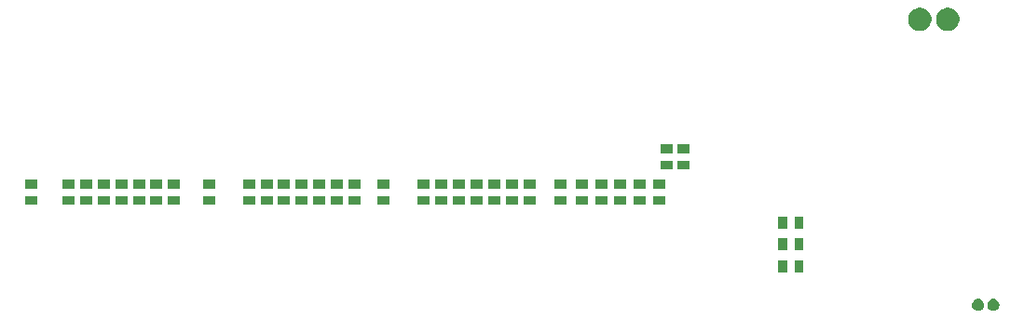
<source format=gbr>
G04 #@! TF.GenerationSoftware,KiCad,Pcbnew,(5.1.5-0-10_14)*
G04 #@! TF.CreationDate,2020-05-10T16:42:09+01:00*
G04 #@! TF.ProjectId,fft8051,66667438-3035-4312-9e6b-696361645f70,rev?*
G04 #@! TF.SameCoordinates,Original*
G04 #@! TF.FileFunction,Soldermask,Bot*
G04 #@! TF.FilePolarity,Negative*
%FSLAX46Y46*%
G04 Gerber Fmt 4.6, Leading zero omitted, Abs format (unit mm)*
G04 Created by KiCad (PCBNEW (5.1.5-0-10_14)) date 2020-05-10 16:42:09*
%MOMM*%
%LPD*%
G04 APERTURE LIST*
%ADD10C,0.100000*%
G04 APERTURE END LIST*
D10*
G36*
X132810721Y-178470174D02*
G01*
X132910995Y-178511709D01*
X132910996Y-178511710D01*
X133001242Y-178572010D01*
X133077990Y-178648758D01*
X133077991Y-178648760D01*
X133138291Y-178739005D01*
X133179826Y-178839279D01*
X133201000Y-178945730D01*
X133201000Y-179054270D01*
X133179826Y-179160721D01*
X133138291Y-179260995D01*
X133138290Y-179260996D01*
X133077990Y-179351242D01*
X133001242Y-179427990D01*
X132955812Y-179458345D01*
X132910995Y-179488291D01*
X132810721Y-179529826D01*
X132704270Y-179551000D01*
X132595730Y-179551000D01*
X132489279Y-179529826D01*
X132389005Y-179488291D01*
X132344188Y-179458345D01*
X132298758Y-179427990D01*
X132222010Y-179351242D01*
X132161710Y-179260996D01*
X132161709Y-179260995D01*
X132120174Y-179160721D01*
X132099000Y-179054270D01*
X132099000Y-178945730D01*
X132120174Y-178839279D01*
X132161709Y-178739005D01*
X132222009Y-178648760D01*
X132222010Y-178648758D01*
X132298758Y-178572010D01*
X132389004Y-178511710D01*
X132389005Y-178511709D01*
X132489279Y-178470174D01*
X132595730Y-178449000D01*
X132704270Y-178449000D01*
X132810721Y-178470174D01*
G37*
G36*
X131410721Y-178470174D02*
G01*
X131510995Y-178511709D01*
X131510996Y-178511710D01*
X131601242Y-178572010D01*
X131677990Y-178648758D01*
X131677991Y-178648760D01*
X131738291Y-178739005D01*
X131779826Y-178839279D01*
X131801000Y-178945730D01*
X131801000Y-179054270D01*
X131779826Y-179160721D01*
X131738291Y-179260995D01*
X131738290Y-179260996D01*
X131677990Y-179351242D01*
X131601242Y-179427990D01*
X131555812Y-179458345D01*
X131510995Y-179488291D01*
X131410721Y-179529826D01*
X131304270Y-179551000D01*
X131195730Y-179551000D01*
X131089279Y-179529826D01*
X130989005Y-179488291D01*
X130944188Y-179458345D01*
X130898758Y-179427990D01*
X130822010Y-179351242D01*
X130761710Y-179260996D01*
X130761709Y-179260995D01*
X130720174Y-179160721D01*
X130699000Y-179054270D01*
X130699000Y-178945730D01*
X130720174Y-178839279D01*
X130761709Y-178739005D01*
X130822009Y-178648760D01*
X130822010Y-178648758D01*
X130898758Y-178572010D01*
X130989004Y-178511710D01*
X130989005Y-178511709D01*
X131089279Y-178470174D01*
X131195730Y-178449000D01*
X131304270Y-178449000D01*
X131410721Y-178470174D01*
G37*
G36*
X115401000Y-176051000D02*
G01*
X114599000Y-176051000D01*
X114599000Y-174949000D01*
X115401000Y-174949000D01*
X115401000Y-176051000D01*
G37*
G36*
X113901000Y-176051000D02*
G01*
X113099000Y-176051000D01*
X113099000Y-174949000D01*
X113901000Y-174949000D01*
X113901000Y-176051000D01*
G37*
G36*
X115401000Y-174051000D02*
G01*
X114599000Y-174051000D01*
X114599000Y-172949000D01*
X115401000Y-172949000D01*
X115401000Y-174051000D01*
G37*
G36*
X113901000Y-174051000D02*
G01*
X113099000Y-174051000D01*
X113099000Y-172949000D01*
X113901000Y-172949000D01*
X113901000Y-174051000D01*
G37*
G36*
X115401000Y-172051000D02*
G01*
X114599000Y-172051000D01*
X114599000Y-170949000D01*
X115401000Y-170949000D01*
X115401000Y-172051000D01*
G37*
G36*
X113901000Y-172051000D02*
G01*
X113099000Y-172051000D01*
X113099000Y-170949000D01*
X113901000Y-170949000D01*
X113901000Y-172051000D01*
G37*
G36*
X87851000Y-169901000D02*
G01*
X86749000Y-169901000D01*
X86749000Y-169099000D01*
X87851000Y-169099000D01*
X87851000Y-169901000D01*
G37*
G36*
X86251000Y-169901000D02*
G01*
X85149000Y-169901000D01*
X85149000Y-169099000D01*
X86251000Y-169099000D01*
X86251000Y-169901000D01*
G37*
G36*
X84651000Y-169901000D02*
G01*
X83549000Y-169901000D01*
X83549000Y-169099000D01*
X84651000Y-169099000D01*
X84651000Y-169901000D01*
G37*
G36*
X83051000Y-169901000D02*
G01*
X81949000Y-169901000D01*
X81949000Y-169099000D01*
X83051000Y-169099000D01*
X83051000Y-169901000D01*
G37*
G36*
X81451000Y-169901000D02*
G01*
X80349000Y-169901000D01*
X80349000Y-169099000D01*
X81451000Y-169099000D01*
X81451000Y-169901000D01*
G37*
G36*
X77751000Y-169901000D02*
G01*
X76649000Y-169901000D01*
X76649000Y-169099000D01*
X77751000Y-169099000D01*
X77751000Y-169901000D01*
G37*
G36*
X75151000Y-169901000D02*
G01*
X74049000Y-169901000D01*
X74049000Y-169099000D01*
X75151000Y-169099000D01*
X75151000Y-169901000D01*
G37*
G36*
X73551000Y-169901000D02*
G01*
X72449000Y-169901000D01*
X72449000Y-169099000D01*
X73551000Y-169099000D01*
X73551000Y-169901000D01*
G37*
G36*
X71951000Y-169901000D02*
G01*
X70849000Y-169901000D01*
X70849000Y-169099000D01*
X71951000Y-169099000D01*
X71951000Y-169901000D01*
G37*
G36*
X70351000Y-169901000D02*
G01*
X69249000Y-169901000D01*
X69249000Y-169099000D01*
X70351000Y-169099000D01*
X70351000Y-169901000D01*
G37*
G36*
X68751000Y-169901000D02*
G01*
X67649000Y-169901000D01*
X67649000Y-169099000D01*
X68751000Y-169099000D01*
X68751000Y-169901000D01*
G37*
G36*
X67151000Y-169901000D02*
G01*
X66049000Y-169901000D01*
X66049000Y-169099000D01*
X67151000Y-169099000D01*
X67151000Y-169901000D01*
G37*
G36*
X65551000Y-169901000D02*
G01*
X64449000Y-169901000D01*
X64449000Y-169099000D01*
X65551000Y-169099000D01*
X65551000Y-169901000D01*
G37*
G36*
X61951000Y-169901000D02*
G01*
X60849000Y-169901000D01*
X60849000Y-169099000D01*
X61951000Y-169099000D01*
X61951000Y-169901000D01*
G37*
G36*
X58751000Y-169901000D02*
G01*
X57649000Y-169901000D01*
X57649000Y-169099000D01*
X58751000Y-169099000D01*
X58751000Y-169901000D01*
G37*
G36*
X57151000Y-169901000D02*
G01*
X56049000Y-169901000D01*
X56049000Y-169099000D01*
X57151000Y-169099000D01*
X57151000Y-169901000D01*
G37*
G36*
X55551000Y-169901000D02*
G01*
X54449000Y-169901000D01*
X54449000Y-169099000D01*
X55551000Y-169099000D01*
X55551000Y-169901000D01*
G37*
G36*
X53951000Y-169901000D02*
G01*
X52849000Y-169901000D01*
X52849000Y-169099000D01*
X53951000Y-169099000D01*
X53951000Y-169901000D01*
G37*
G36*
X52351000Y-169901000D02*
G01*
X51249000Y-169901000D01*
X51249000Y-169099000D01*
X52351000Y-169099000D01*
X52351000Y-169901000D01*
G37*
G36*
X50751000Y-169901000D02*
G01*
X49649000Y-169901000D01*
X49649000Y-169099000D01*
X50751000Y-169099000D01*
X50751000Y-169901000D01*
G37*
G36*
X49151000Y-169901000D02*
G01*
X48049000Y-169901000D01*
X48049000Y-169099000D01*
X49151000Y-169099000D01*
X49151000Y-169901000D01*
G37*
G36*
X45751000Y-169901000D02*
G01*
X44649000Y-169901000D01*
X44649000Y-169099000D01*
X45751000Y-169099000D01*
X45751000Y-169901000D01*
G37*
G36*
X93851000Y-169901000D02*
G01*
X92749000Y-169901000D01*
X92749000Y-169099000D01*
X93851000Y-169099000D01*
X93851000Y-169901000D01*
G37*
G36*
X91051000Y-169901000D02*
G01*
X89949000Y-169901000D01*
X89949000Y-169099000D01*
X91051000Y-169099000D01*
X91051000Y-169901000D01*
G37*
G36*
X102801000Y-169901000D02*
G01*
X101699000Y-169901000D01*
X101699000Y-169099000D01*
X102801000Y-169099000D01*
X102801000Y-169901000D01*
G37*
G36*
X101051000Y-169901000D02*
G01*
X99949000Y-169901000D01*
X99949000Y-169099000D01*
X101051000Y-169099000D01*
X101051000Y-169901000D01*
G37*
G36*
X99301000Y-169901000D02*
G01*
X98199000Y-169901000D01*
X98199000Y-169099000D01*
X99301000Y-169099000D01*
X99301000Y-169901000D01*
G37*
G36*
X97551000Y-169901000D02*
G01*
X96449000Y-169901000D01*
X96449000Y-169099000D01*
X97551000Y-169099000D01*
X97551000Y-169901000D01*
G37*
G36*
X89451000Y-169901000D02*
G01*
X88349000Y-169901000D01*
X88349000Y-169099000D01*
X89451000Y-169099000D01*
X89451000Y-169901000D01*
G37*
G36*
X95801000Y-169901000D02*
G01*
X94699000Y-169901000D01*
X94699000Y-169099000D01*
X95801000Y-169099000D01*
X95801000Y-169901000D01*
G37*
G36*
X67151000Y-168401000D02*
G01*
X66049000Y-168401000D01*
X66049000Y-167599000D01*
X67151000Y-167599000D01*
X67151000Y-168401000D01*
G37*
G36*
X77751000Y-168401000D02*
G01*
X76649000Y-168401000D01*
X76649000Y-167599000D01*
X77751000Y-167599000D01*
X77751000Y-168401000D01*
G37*
G36*
X102801000Y-168401000D02*
G01*
X101699000Y-168401000D01*
X101699000Y-167599000D01*
X102801000Y-167599000D01*
X102801000Y-168401000D01*
G37*
G36*
X93851000Y-168401000D02*
G01*
X92749000Y-168401000D01*
X92749000Y-167599000D01*
X93851000Y-167599000D01*
X93851000Y-168401000D01*
G37*
G36*
X99301000Y-168401000D02*
G01*
X98199000Y-168401000D01*
X98199000Y-167599000D01*
X99301000Y-167599000D01*
X99301000Y-168401000D01*
G37*
G36*
X95801000Y-168401000D02*
G01*
X94699000Y-168401000D01*
X94699000Y-167599000D01*
X95801000Y-167599000D01*
X95801000Y-168401000D01*
G37*
G36*
X97551000Y-168401000D02*
G01*
X96449000Y-168401000D01*
X96449000Y-167599000D01*
X97551000Y-167599000D01*
X97551000Y-168401000D01*
G37*
G36*
X101051000Y-168401000D02*
G01*
X99949000Y-168401000D01*
X99949000Y-167599000D01*
X101051000Y-167599000D01*
X101051000Y-168401000D01*
G37*
G36*
X45751000Y-168401000D02*
G01*
X44649000Y-168401000D01*
X44649000Y-167599000D01*
X45751000Y-167599000D01*
X45751000Y-168401000D01*
G37*
G36*
X58751000Y-168401000D02*
G01*
X57649000Y-168401000D01*
X57649000Y-167599000D01*
X58751000Y-167599000D01*
X58751000Y-168401000D01*
G37*
G36*
X91051000Y-168401000D02*
G01*
X89949000Y-168401000D01*
X89949000Y-167599000D01*
X91051000Y-167599000D01*
X91051000Y-168401000D01*
G37*
G36*
X57151000Y-168401000D02*
G01*
X56049000Y-168401000D01*
X56049000Y-167599000D01*
X57151000Y-167599000D01*
X57151000Y-168401000D01*
G37*
G36*
X89451000Y-168401000D02*
G01*
X88349000Y-168401000D01*
X88349000Y-167599000D01*
X89451000Y-167599000D01*
X89451000Y-168401000D01*
G37*
G36*
X49151000Y-168401000D02*
G01*
X48049000Y-168401000D01*
X48049000Y-167599000D01*
X49151000Y-167599000D01*
X49151000Y-168401000D01*
G37*
G36*
X81451000Y-168401000D02*
G01*
X80349000Y-168401000D01*
X80349000Y-167599000D01*
X81451000Y-167599000D01*
X81451000Y-168401000D01*
G37*
G36*
X50751000Y-168401000D02*
G01*
X49649000Y-168401000D01*
X49649000Y-167599000D01*
X50751000Y-167599000D01*
X50751000Y-168401000D01*
G37*
G36*
X83051000Y-168401000D02*
G01*
X81949000Y-168401000D01*
X81949000Y-167599000D01*
X83051000Y-167599000D01*
X83051000Y-168401000D01*
G37*
G36*
X52351000Y-168401000D02*
G01*
X51249000Y-168401000D01*
X51249000Y-167599000D01*
X52351000Y-167599000D01*
X52351000Y-168401000D01*
G37*
G36*
X84651000Y-168401000D02*
G01*
X83549000Y-168401000D01*
X83549000Y-167599000D01*
X84651000Y-167599000D01*
X84651000Y-168401000D01*
G37*
G36*
X53951000Y-168401000D02*
G01*
X52849000Y-168401000D01*
X52849000Y-167599000D01*
X53951000Y-167599000D01*
X53951000Y-168401000D01*
G37*
G36*
X86251000Y-168401000D02*
G01*
X85149000Y-168401000D01*
X85149000Y-167599000D01*
X86251000Y-167599000D01*
X86251000Y-168401000D01*
G37*
G36*
X55551000Y-168401000D02*
G01*
X54449000Y-168401000D01*
X54449000Y-167599000D01*
X55551000Y-167599000D01*
X55551000Y-168401000D01*
G37*
G36*
X87851000Y-168401000D02*
G01*
X86749000Y-168401000D01*
X86749000Y-167599000D01*
X87851000Y-167599000D01*
X87851000Y-168401000D01*
G37*
G36*
X61951000Y-168401000D02*
G01*
X60849000Y-168401000D01*
X60849000Y-167599000D01*
X61951000Y-167599000D01*
X61951000Y-168401000D01*
G37*
G36*
X65551000Y-168401000D02*
G01*
X64449000Y-168401000D01*
X64449000Y-167599000D01*
X65551000Y-167599000D01*
X65551000Y-168401000D01*
G37*
G36*
X68751000Y-168401000D02*
G01*
X67649000Y-168401000D01*
X67649000Y-167599000D01*
X68751000Y-167599000D01*
X68751000Y-168401000D01*
G37*
G36*
X70351000Y-168401000D02*
G01*
X69249000Y-168401000D01*
X69249000Y-167599000D01*
X70351000Y-167599000D01*
X70351000Y-168401000D01*
G37*
G36*
X71951000Y-168401000D02*
G01*
X70849000Y-168401000D01*
X70849000Y-167599000D01*
X71951000Y-167599000D01*
X71951000Y-168401000D01*
G37*
G36*
X73551000Y-168401000D02*
G01*
X72449000Y-168401000D01*
X72449000Y-167599000D01*
X73551000Y-167599000D01*
X73551000Y-168401000D01*
G37*
G36*
X75151000Y-168401000D02*
G01*
X74049000Y-168401000D01*
X74049000Y-167599000D01*
X75151000Y-167599000D01*
X75151000Y-168401000D01*
G37*
G36*
X105051000Y-166701000D02*
G01*
X103949000Y-166701000D01*
X103949000Y-165899000D01*
X105051000Y-165899000D01*
X105051000Y-166701000D01*
G37*
G36*
X103551000Y-166701000D02*
G01*
X102449000Y-166701000D01*
X102449000Y-165899000D01*
X103551000Y-165899000D01*
X103551000Y-166701000D01*
G37*
G36*
X105051000Y-165201000D02*
G01*
X103949000Y-165201000D01*
X103949000Y-164399000D01*
X105051000Y-164399000D01*
X105051000Y-165201000D01*
G37*
G36*
X103551000Y-165201000D02*
G01*
X102449000Y-165201000D01*
X102449000Y-164399000D01*
X103551000Y-164399000D01*
X103551000Y-165201000D01*
G37*
G36*
X126266564Y-151989389D02*
G01*
X126457833Y-152068615D01*
X126457835Y-152068616D01*
X126629973Y-152183635D01*
X126776365Y-152330027D01*
X126891385Y-152502167D01*
X126970611Y-152693436D01*
X127011000Y-152896484D01*
X127011000Y-153103516D01*
X126970611Y-153306564D01*
X126891385Y-153497833D01*
X126891384Y-153497835D01*
X126776365Y-153669973D01*
X126629973Y-153816365D01*
X126457835Y-153931384D01*
X126457834Y-153931385D01*
X126457833Y-153931385D01*
X126266564Y-154010611D01*
X126063516Y-154051000D01*
X125856484Y-154051000D01*
X125653436Y-154010611D01*
X125462167Y-153931385D01*
X125462166Y-153931385D01*
X125462165Y-153931384D01*
X125290027Y-153816365D01*
X125143635Y-153669973D01*
X125028616Y-153497835D01*
X125028615Y-153497833D01*
X124949389Y-153306564D01*
X124909000Y-153103516D01*
X124909000Y-152896484D01*
X124949389Y-152693436D01*
X125028615Y-152502167D01*
X125143635Y-152330027D01*
X125290027Y-152183635D01*
X125462165Y-152068616D01*
X125462167Y-152068615D01*
X125653436Y-151989389D01*
X125856484Y-151949000D01*
X126063516Y-151949000D01*
X126266564Y-151989389D01*
G37*
G36*
X128806564Y-151989389D02*
G01*
X128997833Y-152068615D01*
X128997835Y-152068616D01*
X129169973Y-152183635D01*
X129316365Y-152330027D01*
X129431385Y-152502167D01*
X129510611Y-152693436D01*
X129551000Y-152896484D01*
X129551000Y-153103516D01*
X129510611Y-153306564D01*
X129431385Y-153497833D01*
X129431384Y-153497835D01*
X129316365Y-153669973D01*
X129169973Y-153816365D01*
X128997835Y-153931384D01*
X128997834Y-153931385D01*
X128997833Y-153931385D01*
X128806564Y-154010611D01*
X128603516Y-154051000D01*
X128396484Y-154051000D01*
X128193436Y-154010611D01*
X128002167Y-153931385D01*
X128002166Y-153931385D01*
X128002165Y-153931384D01*
X127830027Y-153816365D01*
X127683635Y-153669973D01*
X127568616Y-153497835D01*
X127568615Y-153497833D01*
X127489389Y-153306564D01*
X127449000Y-153103516D01*
X127449000Y-152896484D01*
X127489389Y-152693436D01*
X127568615Y-152502167D01*
X127683635Y-152330027D01*
X127830027Y-152183635D01*
X128002165Y-152068616D01*
X128002167Y-152068615D01*
X128193436Y-151989389D01*
X128396484Y-151949000D01*
X128603516Y-151949000D01*
X128806564Y-151989389D01*
G37*
M02*

</source>
